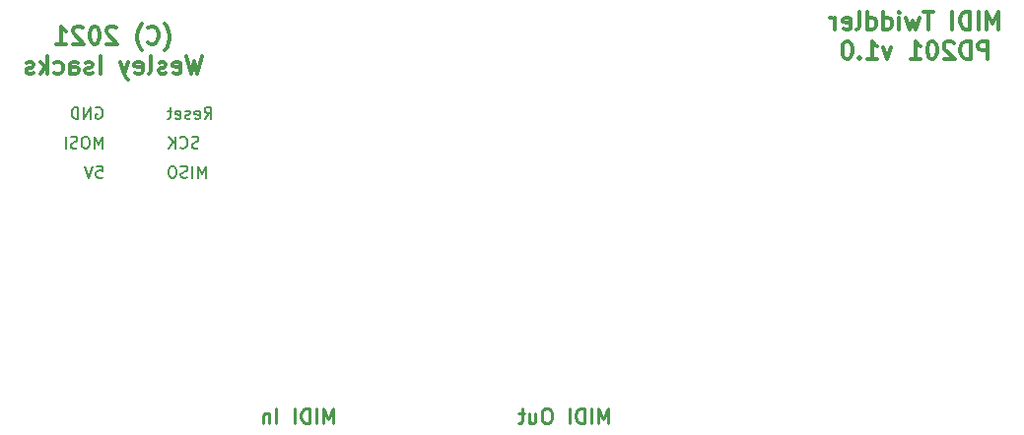
<source format=gbr>
%TF.GenerationSoftware,KiCad,Pcbnew,(5.1.9)-1*%
%TF.CreationDate,2021-04-04T20:09:26-07:00*%
%TF.ProjectId,miditwiddle,6d696469-7477-4696-9464-6c652e6b6963,rev?*%
%TF.SameCoordinates,PX9157080PY60e4b00*%
%TF.FileFunction,Legend,Bot*%
%TF.FilePolarity,Positive*%
%FSLAX46Y46*%
G04 Gerber Fmt 4.6, Leading zero omitted, Abs format (unit mm)*
G04 Created by KiCad (PCBNEW (5.1.9)-1) date 2021-04-04 20:09:26*
%MOMM*%
%LPD*%
G01*
G04 APERTURE LIST*
%ADD10C,0.300000*%
%ADD11C,0.150000*%
%ADD12C,0.254000*%
G04 APERTURE END LIST*
D10*
X-32437143Y13042500D02*
X-32365715Y13113929D01*
X-32222858Y13328215D01*
X-32151429Y13471072D01*
X-32080000Y13685358D01*
X-32008572Y14042500D01*
X-32008572Y14328215D01*
X-32080000Y14685358D01*
X-32151429Y14899643D01*
X-32222858Y15042500D01*
X-32365715Y15256786D01*
X-32437143Y15328215D01*
X-33865715Y13756786D02*
X-33794286Y13685358D01*
X-33580000Y13613929D01*
X-33437143Y13613929D01*
X-33222858Y13685358D01*
X-33080000Y13828215D01*
X-33008572Y13971072D01*
X-32937143Y14256786D01*
X-32937143Y14471072D01*
X-33008572Y14756786D01*
X-33080000Y14899643D01*
X-33222858Y15042500D01*
X-33437143Y15113929D01*
X-33580000Y15113929D01*
X-33794286Y15042500D01*
X-33865715Y14971072D01*
X-34365715Y13042500D02*
X-34437143Y13113929D01*
X-34580000Y13328215D01*
X-34651429Y13471072D01*
X-34722858Y13685358D01*
X-34794286Y14042500D01*
X-34794286Y14328215D01*
X-34722858Y14685358D01*
X-34651429Y14899643D01*
X-34580000Y15042500D01*
X-34437143Y15256786D01*
X-34365715Y15328215D01*
X-36580000Y14971072D02*
X-36651429Y15042500D01*
X-36794286Y15113929D01*
X-37151429Y15113929D01*
X-37294286Y15042500D01*
X-37365715Y14971072D01*
X-37437143Y14828215D01*
X-37437143Y14685358D01*
X-37365715Y14471072D01*
X-36508572Y13613929D01*
X-37437143Y13613929D01*
X-38365715Y15113929D02*
X-38508572Y15113929D01*
X-38651429Y15042500D01*
X-38722858Y14971072D01*
X-38794286Y14828215D01*
X-38865715Y14542500D01*
X-38865715Y14185358D01*
X-38794286Y13899643D01*
X-38722858Y13756786D01*
X-38651429Y13685358D01*
X-38508572Y13613929D01*
X-38365715Y13613929D01*
X-38222858Y13685358D01*
X-38151429Y13756786D01*
X-38080000Y13899643D01*
X-38008572Y14185358D01*
X-38008572Y14542500D01*
X-38080000Y14828215D01*
X-38151429Y14971072D01*
X-38222858Y15042500D01*
X-38365715Y15113929D01*
X-39437143Y14971072D02*
X-39508572Y15042500D01*
X-39651429Y15113929D01*
X-40008572Y15113929D01*
X-40151429Y15042500D01*
X-40222858Y14971072D01*
X-40294286Y14828215D01*
X-40294286Y14685358D01*
X-40222858Y14471072D01*
X-39365715Y13613929D01*
X-40294286Y13613929D01*
X-41722858Y13613929D02*
X-40865715Y13613929D01*
X-41294286Y13613929D02*
X-41294286Y15113929D01*
X-41151429Y14899643D01*
X-41008572Y14756786D01*
X-40865715Y14685358D01*
X-29258572Y12563929D02*
X-29615715Y11063929D01*
X-29901429Y12135358D01*
X-30187143Y11063929D01*
X-30544286Y12563929D01*
X-31687143Y11135358D02*
X-31544286Y11063929D01*
X-31258572Y11063929D01*
X-31115715Y11135358D01*
X-31044286Y11278215D01*
X-31044286Y11849643D01*
X-31115715Y11992500D01*
X-31258572Y12063929D01*
X-31544286Y12063929D01*
X-31687143Y11992500D01*
X-31758572Y11849643D01*
X-31758572Y11706786D01*
X-31044286Y11563929D01*
X-32330000Y11135358D02*
X-32472858Y11063929D01*
X-32758572Y11063929D01*
X-32901429Y11135358D01*
X-32972858Y11278215D01*
X-32972858Y11349643D01*
X-32901429Y11492500D01*
X-32758572Y11563929D01*
X-32544286Y11563929D01*
X-32401429Y11635358D01*
X-32330000Y11778215D01*
X-32330000Y11849643D01*
X-32401429Y11992500D01*
X-32544286Y12063929D01*
X-32758572Y12063929D01*
X-32901429Y11992500D01*
X-33830000Y11063929D02*
X-33687143Y11135358D01*
X-33615715Y11278215D01*
X-33615715Y12563929D01*
X-34972858Y11135358D02*
X-34830000Y11063929D01*
X-34544286Y11063929D01*
X-34401429Y11135358D01*
X-34330000Y11278215D01*
X-34330000Y11849643D01*
X-34401429Y11992500D01*
X-34544286Y12063929D01*
X-34830000Y12063929D01*
X-34972858Y11992500D01*
X-35044286Y11849643D01*
X-35044286Y11706786D01*
X-34330000Y11563929D01*
X-35544286Y12063929D02*
X-35901429Y11063929D01*
X-36258572Y12063929D02*
X-35901429Y11063929D01*
X-35758572Y10706786D01*
X-35687143Y10635358D01*
X-35544286Y10563929D01*
X-37972858Y11063929D02*
X-37972858Y12563929D01*
X-38615715Y11135358D02*
X-38758572Y11063929D01*
X-39044286Y11063929D01*
X-39187143Y11135358D01*
X-39258572Y11278215D01*
X-39258572Y11349643D01*
X-39187143Y11492500D01*
X-39044286Y11563929D01*
X-38830000Y11563929D01*
X-38687143Y11635358D01*
X-38615715Y11778215D01*
X-38615715Y11849643D01*
X-38687143Y11992500D01*
X-38830000Y12063929D01*
X-39044286Y12063929D01*
X-39187143Y11992500D01*
X-40544286Y11063929D02*
X-40544286Y11849643D01*
X-40472858Y11992500D01*
X-40330000Y12063929D01*
X-40044286Y12063929D01*
X-39901429Y11992500D01*
X-40544286Y11135358D02*
X-40401429Y11063929D01*
X-40044286Y11063929D01*
X-39901429Y11135358D01*
X-39830000Y11278215D01*
X-39830000Y11421072D01*
X-39901429Y11563929D01*
X-40044286Y11635358D01*
X-40401429Y11635358D01*
X-40544286Y11706786D01*
X-41901429Y11135358D02*
X-41758572Y11063929D01*
X-41472858Y11063929D01*
X-41330000Y11135358D01*
X-41258572Y11206786D01*
X-41187143Y11349643D01*
X-41187143Y11778215D01*
X-41258572Y11921072D01*
X-41330000Y11992500D01*
X-41472858Y12063929D01*
X-41758572Y12063929D01*
X-41901429Y11992500D01*
X-42544286Y11063929D02*
X-42544286Y12563929D01*
X-42687143Y11635358D02*
X-43115715Y11063929D01*
X-43115715Y12063929D02*
X-42544286Y11492500D01*
X-43687143Y11135358D02*
X-43830000Y11063929D01*
X-44115715Y11063929D01*
X-44258572Y11135358D01*
X-44330000Y11278215D01*
X-44330000Y11349643D01*
X-44258572Y11492500D01*
X-44115715Y11563929D01*
X-43901429Y11563929D01*
X-43758572Y11635358D01*
X-43687143Y11778215D01*
X-43687143Y11849643D01*
X-43758572Y11992500D01*
X-43901429Y12063929D01*
X-44115715Y12063929D01*
X-44258572Y11992500D01*
X39174642Y14883929D02*
X39174642Y16383929D01*
X38674642Y15312500D01*
X38174642Y16383929D01*
X38174642Y14883929D01*
X37460357Y14883929D02*
X37460357Y16383929D01*
X36746071Y14883929D02*
X36746071Y16383929D01*
X36388928Y16383929D01*
X36174642Y16312500D01*
X36031785Y16169643D01*
X35960357Y16026786D01*
X35888928Y15741072D01*
X35888928Y15526786D01*
X35960357Y15241072D01*
X36031785Y15098215D01*
X36174642Y14955358D01*
X36388928Y14883929D01*
X36746071Y14883929D01*
X35246071Y14883929D02*
X35246071Y16383929D01*
X33603214Y16383929D02*
X32746071Y16383929D01*
X33174642Y14883929D02*
X33174642Y16383929D01*
X32388928Y15883929D02*
X32103214Y14883929D01*
X31817500Y15598215D01*
X31531785Y14883929D01*
X31246071Y15883929D01*
X30674642Y14883929D02*
X30674642Y15883929D01*
X30674642Y16383929D02*
X30746071Y16312500D01*
X30674642Y16241072D01*
X30603214Y16312500D01*
X30674642Y16383929D01*
X30674642Y16241072D01*
X29317500Y14883929D02*
X29317500Y16383929D01*
X29317500Y14955358D02*
X29460357Y14883929D01*
X29746071Y14883929D01*
X29888928Y14955358D01*
X29960357Y15026786D01*
X30031785Y15169643D01*
X30031785Y15598215D01*
X29960357Y15741072D01*
X29888928Y15812500D01*
X29746071Y15883929D01*
X29460357Y15883929D01*
X29317500Y15812500D01*
X27960357Y14883929D02*
X27960357Y16383929D01*
X27960357Y14955358D02*
X28103214Y14883929D01*
X28388928Y14883929D01*
X28531785Y14955358D01*
X28603214Y15026786D01*
X28674642Y15169643D01*
X28674642Y15598215D01*
X28603214Y15741072D01*
X28531785Y15812500D01*
X28388928Y15883929D01*
X28103214Y15883929D01*
X27960357Y15812500D01*
X27031785Y14883929D02*
X27174642Y14955358D01*
X27246071Y15098215D01*
X27246071Y16383929D01*
X25888928Y14955358D02*
X26031785Y14883929D01*
X26317500Y14883929D01*
X26460357Y14955358D01*
X26531785Y15098215D01*
X26531785Y15669643D01*
X26460357Y15812500D01*
X26317500Y15883929D01*
X26031785Y15883929D01*
X25888928Y15812500D01*
X25817500Y15669643D01*
X25817500Y15526786D01*
X26531785Y15383929D01*
X25174642Y14883929D02*
X25174642Y15883929D01*
X25174642Y15598215D02*
X25103214Y15741072D01*
X25031785Y15812500D01*
X24888928Y15883929D01*
X24746071Y15883929D01*
X38281785Y12333929D02*
X38281785Y13833929D01*
X37710357Y13833929D01*
X37567500Y13762500D01*
X37496071Y13691072D01*
X37424642Y13548215D01*
X37424642Y13333929D01*
X37496071Y13191072D01*
X37567500Y13119643D01*
X37710357Y13048215D01*
X38281785Y13048215D01*
X36781785Y12333929D02*
X36781785Y13833929D01*
X36424642Y13833929D01*
X36210357Y13762500D01*
X36067500Y13619643D01*
X35996071Y13476786D01*
X35924642Y13191072D01*
X35924642Y12976786D01*
X35996071Y12691072D01*
X36067500Y12548215D01*
X36210357Y12405358D01*
X36424642Y12333929D01*
X36781785Y12333929D01*
X35353214Y13691072D02*
X35281785Y13762500D01*
X35138928Y13833929D01*
X34781785Y13833929D01*
X34638928Y13762500D01*
X34567500Y13691072D01*
X34496071Y13548215D01*
X34496071Y13405358D01*
X34567500Y13191072D01*
X35424642Y12333929D01*
X34496071Y12333929D01*
X33567500Y13833929D02*
X33424642Y13833929D01*
X33281785Y13762500D01*
X33210357Y13691072D01*
X33138928Y13548215D01*
X33067500Y13262500D01*
X33067500Y12905358D01*
X33138928Y12619643D01*
X33210357Y12476786D01*
X33281785Y12405358D01*
X33424642Y12333929D01*
X33567500Y12333929D01*
X33710357Y12405358D01*
X33781785Y12476786D01*
X33853214Y12619643D01*
X33924642Y12905358D01*
X33924642Y13262500D01*
X33853214Y13548215D01*
X33781785Y13691072D01*
X33710357Y13762500D01*
X33567500Y13833929D01*
X31638928Y12333929D02*
X32496071Y12333929D01*
X32067500Y12333929D02*
X32067500Y13833929D01*
X32210357Y13619643D01*
X32353214Y13476786D01*
X32496071Y13405358D01*
X29996071Y13333929D02*
X29638928Y12333929D01*
X29281785Y13333929D01*
X27924642Y12333929D02*
X28781785Y12333929D01*
X28353214Y12333929D02*
X28353214Y13833929D01*
X28496071Y13619643D01*
X28638928Y13476786D01*
X28781785Y13405358D01*
X27281785Y12476786D02*
X27210357Y12405358D01*
X27281785Y12333929D01*
X27353214Y12405358D01*
X27281785Y12476786D01*
X27281785Y12333929D01*
X26281785Y13833929D02*
X26138928Y13833929D01*
X25996071Y13762500D01*
X25924642Y13691072D01*
X25853214Y13548215D01*
X25781785Y13262500D01*
X25781785Y12905358D01*
X25853214Y12619643D01*
X25924642Y12476786D01*
X25996071Y12405358D01*
X26138928Y12333929D01*
X26281785Y12333929D01*
X26424642Y12405358D01*
X26496071Y12476786D01*
X26567500Y12619643D01*
X26638928Y12905358D01*
X26638928Y13262500D01*
X26567500Y13548215D01*
X26496071Y13691072D01*
X26424642Y13762500D01*
X26281785Y13833929D01*
D11*
X-38276786Y3087620D02*
X-37800596Y3087620D01*
X-37752977Y2611429D01*
X-37800596Y2659048D01*
X-37895834Y2706667D01*
X-38133929Y2706667D01*
X-38229167Y2659048D01*
X-38276786Y2611429D01*
X-38324405Y2516191D01*
X-38324405Y2278096D01*
X-38276786Y2182858D01*
X-38229167Y2135239D01*
X-38133929Y2087620D01*
X-37895834Y2087620D01*
X-37800596Y2135239D01*
X-37752977Y2182858D01*
X-38610120Y3087620D02*
X-38943453Y2087620D01*
X-39276786Y3087620D01*
X-37800596Y4627620D02*
X-37800596Y5627620D01*
X-38133929Y4913334D01*
X-38467262Y5627620D01*
X-38467262Y4627620D01*
X-39133929Y5627620D02*
X-39324405Y5627620D01*
X-39419643Y5580000D01*
X-39514881Y5484762D01*
X-39562500Y5294286D01*
X-39562500Y4960953D01*
X-39514881Y4770477D01*
X-39419643Y4675239D01*
X-39324405Y4627620D01*
X-39133929Y4627620D01*
X-39038691Y4675239D01*
X-38943453Y4770477D01*
X-38895834Y4960953D01*
X-38895834Y5294286D01*
X-38943453Y5484762D01*
X-39038691Y5580000D01*
X-39133929Y5627620D01*
X-39943453Y4675239D02*
X-40086310Y4627620D01*
X-40324405Y4627620D01*
X-40419643Y4675239D01*
X-40467262Y4722858D01*
X-40514881Y4818096D01*
X-40514881Y4913334D01*
X-40467262Y5008572D01*
X-40419643Y5056191D01*
X-40324405Y5103810D01*
X-40133929Y5151429D01*
X-40038691Y5199048D01*
X-39991072Y5246667D01*
X-39943453Y5341905D01*
X-39943453Y5437143D01*
X-39991072Y5532381D01*
X-40038691Y5580000D01*
X-40133929Y5627620D01*
X-40372024Y5627620D01*
X-40514881Y5580000D01*
X-40943453Y4627620D02*
X-40943453Y5627620D01*
X-38324405Y8120000D02*
X-38229167Y8167620D01*
X-38086310Y8167620D01*
X-37943453Y8120000D01*
X-37848215Y8024762D01*
X-37800596Y7929524D01*
X-37752977Y7739048D01*
X-37752977Y7596191D01*
X-37800596Y7405715D01*
X-37848215Y7310477D01*
X-37943453Y7215239D01*
X-38086310Y7167620D01*
X-38181548Y7167620D01*
X-38324405Y7215239D01*
X-38372024Y7262858D01*
X-38372024Y7596191D01*
X-38181548Y7596191D01*
X-38800596Y7167620D02*
X-38800596Y8167620D01*
X-39372024Y7167620D01*
X-39372024Y8167620D01*
X-39848215Y7167620D02*
X-39848215Y8167620D01*
X-40086310Y8167620D01*
X-40229167Y8120000D01*
X-40324405Y8024762D01*
X-40372024Y7929524D01*
X-40419643Y7739048D01*
X-40419643Y7596191D01*
X-40372024Y7405715D01*
X-40324405Y7310477D01*
X-40229167Y7215239D01*
X-40086310Y7167620D01*
X-39848215Y7167620D01*
X-28906548Y2087620D02*
X-28906548Y3087620D01*
X-29239881Y2373334D01*
X-29573215Y3087620D01*
X-29573215Y2087620D01*
X-30049405Y2087620D02*
X-30049405Y3087620D01*
X-30477977Y2135239D02*
X-30620834Y2087620D01*
X-30858929Y2087620D01*
X-30954167Y2135239D01*
X-31001786Y2182858D01*
X-31049405Y2278096D01*
X-31049405Y2373334D01*
X-31001786Y2468572D01*
X-30954167Y2516191D01*
X-30858929Y2563810D01*
X-30668453Y2611429D01*
X-30573215Y2659048D01*
X-30525596Y2706667D01*
X-30477977Y2801905D01*
X-30477977Y2897143D01*
X-30525596Y2992381D01*
X-30573215Y3040000D01*
X-30668453Y3087620D01*
X-30906548Y3087620D01*
X-31049405Y3040000D01*
X-31668453Y3087620D02*
X-31858929Y3087620D01*
X-31954167Y3040000D01*
X-32049405Y2944762D01*
X-32097024Y2754286D01*
X-32097024Y2420953D01*
X-32049405Y2230477D01*
X-31954167Y2135239D01*
X-31858929Y2087620D01*
X-31668453Y2087620D01*
X-31573215Y2135239D01*
X-31477977Y2230477D01*
X-31430358Y2420953D01*
X-31430358Y2754286D01*
X-31477977Y2944762D01*
X-31573215Y3040000D01*
X-31668453Y3087620D01*
X-29525596Y4675239D02*
X-29668453Y4627620D01*
X-29906548Y4627620D01*
X-30001786Y4675239D01*
X-30049405Y4722858D01*
X-30097024Y4818096D01*
X-30097024Y4913334D01*
X-30049405Y5008572D01*
X-30001786Y5056191D01*
X-29906548Y5103810D01*
X-29716072Y5151429D01*
X-29620834Y5199048D01*
X-29573215Y5246667D01*
X-29525596Y5341905D01*
X-29525596Y5437143D01*
X-29573215Y5532381D01*
X-29620834Y5580000D01*
X-29716072Y5627620D01*
X-29954167Y5627620D01*
X-30097024Y5580000D01*
X-31097024Y4722858D02*
X-31049405Y4675239D01*
X-30906548Y4627620D01*
X-30811310Y4627620D01*
X-30668453Y4675239D01*
X-30573215Y4770477D01*
X-30525596Y4865715D01*
X-30477977Y5056191D01*
X-30477977Y5199048D01*
X-30525596Y5389524D01*
X-30573215Y5484762D01*
X-30668453Y5580000D01*
X-30811310Y5627620D01*
X-30906548Y5627620D01*
X-31049405Y5580000D01*
X-31097024Y5532381D01*
X-31525596Y4627620D02*
X-31525596Y5627620D01*
X-32097024Y4627620D02*
X-31668453Y5199048D01*
X-32097024Y5627620D02*
X-31525596Y5056191D01*
X-29001786Y7167620D02*
X-28668453Y7643810D01*
X-28430358Y7167620D02*
X-28430358Y8167620D01*
X-28811310Y8167620D01*
X-28906548Y8120000D01*
X-28954167Y8072381D01*
X-29001786Y7977143D01*
X-29001786Y7834286D01*
X-28954167Y7739048D01*
X-28906548Y7691429D01*
X-28811310Y7643810D01*
X-28430358Y7643810D01*
X-29811310Y7215239D02*
X-29716072Y7167620D01*
X-29525596Y7167620D01*
X-29430358Y7215239D01*
X-29382739Y7310477D01*
X-29382739Y7691429D01*
X-29430358Y7786667D01*
X-29525596Y7834286D01*
X-29716072Y7834286D01*
X-29811310Y7786667D01*
X-29858929Y7691429D01*
X-29858929Y7596191D01*
X-29382739Y7500953D01*
X-30239881Y7215239D02*
X-30335120Y7167620D01*
X-30525596Y7167620D01*
X-30620834Y7215239D01*
X-30668453Y7310477D01*
X-30668453Y7358096D01*
X-30620834Y7453334D01*
X-30525596Y7500953D01*
X-30382739Y7500953D01*
X-30287500Y7548572D01*
X-30239881Y7643810D01*
X-30239881Y7691429D01*
X-30287500Y7786667D01*
X-30382739Y7834286D01*
X-30525596Y7834286D01*
X-30620834Y7786667D01*
X-31477977Y7215239D02*
X-31382739Y7167620D01*
X-31192262Y7167620D01*
X-31097024Y7215239D01*
X-31049405Y7310477D01*
X-31049405Y7691429D01*
X-31097024Y7786667D01*
X-31192262Y7834286D01*
X-31382739Y7834286D01*
X-31477977Y7786667D01*
X-31525596Y7691429D01*
X-31525596Y7596191D01*
X-31049405Y7500953D01*
X-31811310Y7834286D02*
X-32192262Y7834286D01*
X-31954167Y8167620D02*
X-31954167Y7310477D01*
X-32001786Y7215239D01*
X-32097024Y7167620D01*
X-32192262Y7167620D01*
%TO.C,J4*%
D12*
X5654523Y-19019523D02*
X5654523Y-17749523D01*
X5231190Y-18656666D01*
X4807857Y-17749523D01*
X4807857Y-19019523D01*
X4203095Y-19019523D02*
X4203095Y-17749523D01*
X3598333Y-19019523D02*
X3598333Y-17749523D01*
X3295952Y-17749523D01*
X3114523Y-17810000D01*
X2993571Y-17930952D01*
X2933095Y-18051904D01*
X2872619Y-18293809D01*
X2872619Y-18475238D01*
X2933095Y-18717142D01*
X2993571Y-18838095D01*
X3114523Y-18959047D01*
X3295952Y-19019523D01*
X3598333Y-19019523D01*
X2328333Y-19019523D02*
X2328333Y-17749523D01*
X514047Y-17749523D02*
X272142Y-17749523D01*
X151190Y-17810000D01*
X30238Y-17930952D01*
X-30239Y-18172857D01*
X-30239Y-18596190D01*
X30238Y-18838095D01*
X151190Y-18959047D01*
X272142Y-19019523D01*
X514047Y-19019523D01*
X635000Y-18959047D01*
X755952Y-18838095D01*
X816428Y-18596190D01*
X816428Y-18172857D01*
X755952Y-17930952D01*
X635000Y-17810000D01*
X514047Y-17749523D01*
X-1118810Y-18172857D02*
X-1118810Y-19019523D01*
X-574524Y-18172857D02*
X-574524Y-18838095D01*
X-635000Y-18959047D01*
X-755953Y-19019523D01*
X-937381Y-19019523D01*
X-1058334Y-18959047D01*
X-1118810Y-18898571D01*
X-1542143Y-18172857D02*
X-2025953Y-18172857D01*
X-1723572Y-17749523D02*
X-1723572Y-18838095D01*
X-1784048Y-18959047D01*
X-1905000Y-19019523D01*
X-2025953Y-19019523D01*
%TO.C,J3*%
X-17931191Y-19019523D02*
X-17931191Y-17749523D01*
X-18354524Y-18656666D01*
X-18777858Y-17749523D01*
X-18777858Y-19019523D01*
X-19382620Y-19019523D02*
X-19382620Y-17749523D01*
X-19987381Y-19019523D02*
X-19987381Y-17749523D01*
X-20289762Y-17749523D01*
X-20471191Y-17810000D01*
X-20592143Y-17930952D01*
X-20652620Y-18051904D01*
X-20713096Y-18293809D01*
X-20713096Y-18475238D01*
X-20652620Y-18717142D01*
X-20592143Y-18838095D01*
X-20471191Y-18959047D01*
X-20289762Y-19019523D01*
X-19987381Y-19019523D01*
X-21257381Y-19019523D02*
X-21257381Y-17749523D01*
X-22829762Y-19019523D02*
X-22829762Y-17749523D01*
X-23434524Y-18172857D02*
X-23434524Y-19019523D01*
X-23434524Y-18293809D02*
X-23495000Y-18233333D01*
X-23615953Y-18172857D01*
X-23797381Y-18172857D01*
X-23918334Y-18233333D01*
X-23978810Y-18354285D01*
X-23978810Y-19019523D01*
%TD*%
M02*

</source>
